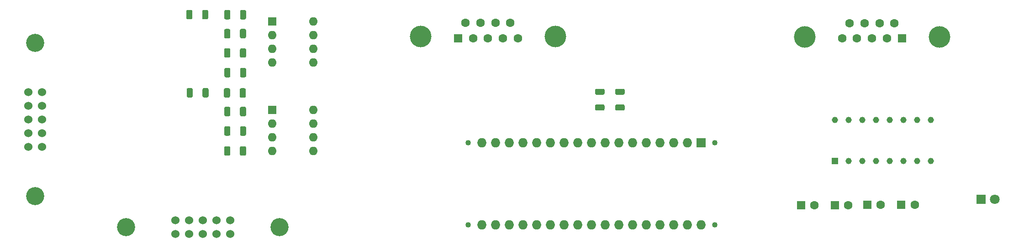
<source format=gbr>
%TF.GenerationSoftware,KiCad,Pcbnew,(5.1.9)-1*%
%TF.CreationDate,2021-03-27T08:43:11+01:00*%
%TF.ProjectId,Microcontroller,4d696372-6f63-46f6-9e74-726f6c6c6572,rev?*%
%TF.SameCoordinates,Original*%
%TF.FileFunction,Soldermask,Top*%
%TF.FilePolarity,Negative*%
%FSLAX46Y46*%
G04 Gerber Fmt 4.6, Leading zero omitted, Abs format (unit mm)*
G04 Created by KiCad (PCBNEW (5.1.9)-1) date 2021-03-27 08:43:11*
%MOMM*%
%LPD*%
G01*
G04 APERTURE LIST*
%ADD10R,1.160000X1.160000*%
%ADD11C,1.160000*%
%ADD12C,1.800000*%
%ADD13R,1.800000X1.800000*%
%ADD14C,1.524000*%
%ADD15C,3.352800*%
%ADD16C,1.600000*%
%ADD17R,1.600000X1.600000*%
%ADD18C,4.000000*%
%ADD19C,1.016000*%
%ADD20O,1.727200X1.727200*%
%ADD21R,1.727200X1.727200*%
%ADD22O,1.600000X1.600000*%
G04 APERTURE END LIST*
D10*
%TO.C,IC1*%
X188520000Y-135350000D03*
D11*
X191060000Y-135350000D03*
X193600000Y-135350000D03*
X196140000Y-135350000D03*
X198680000Y-135350000D03*
X201220000Y-135350000D03*
X203760000Y-135350000D03*
X206300000Y-135350000D03*
X206300000Y-127730000D03*
X203760000Y-127730000D03*
X201220000Y-127730000D03*
X198680000Y-127730000D03*
X196140000Y-127730000D03*
X193600000Y-127730000D03*
X191060000Y-127730000D03*
X188520000Y-127730000D03*
%TD*%
D12*
%TO.C,D1*%
X218186000Y-142494000D03*
D13*
X215646000Y-142494000D03*
%TD*%
D14*
%TO.C,J2*%
X66250000Y-146390000D03*
X66250000Y-148930000D03*
X68790000Y-146390000D03*
X68790000Y-148930000D03*
X71330000Y-146390000D03*
X71330000Y-148930000D03*
X73870000Y-146390000D03*
X73870000Y-148930000D03*
X76410000Y-146390000D03*
X76410000Y-148930000D03*
D15*
X57118700Y-147660000D03*
X85541300Y-147660000D03*
%TD*%
D14*
%TO.C,J1*%
X41590000Y-122570000D03*
X39050000Y-122570000D03*
X41590000Y-125110000D03*
X39050000Y-125110000D03*
X41590000Y-127650000D03*
X39050000Y-127650000D03*
X41590000Y-130190000D03*
X39050000Y-130190000D03*
X41590000Y-132730000D03*
X39050000Y-132730000D03*
D15*
X40320000Y-113438700D03*
X40320000Y-141861300D03*
%TD*%
D16*
%TO.C,C22*%
X184770000Y-143600000D03*
D17*
X182270000Y-143600000D03*
%TD*%
D16*
%TO.C,C21*%
X203330000Y-143490000D03*
D17*
X200830000Y-143490000D03*
%TD*%
D16*
%TO.C,C20*%
X197010000Y-143490000D03*
D17*
X194510000Y-143490000D03*
%TD*%
D16*
%TO.C,C19*%
X191030000Y-143550000D03*
D17*
X188530000Y-143550000D03*
%TD*%
D18*
%TO.C,J4*%
X182910000Y-112300000D03*
X207910000Y-112300000D03*
D16*
X191255000Y-109760000D03*
X194025000Y-109760000D03*
X196795000Y-109760000D03*
X199565000Y-109760000D03*
X189870000Y-112600000D03*
X192640000Y-112600000D03*
X195410000Y-112600000D03*
X198180000Y-112600000D03*
D17*
X200950000Y-112600000D03*
%TD*%
D18*
%TO.C,J3*%
X111710000Y-112280000D03*
X136710000Y-112280000D03*
D16*
X128365000Y-109740000D03*
X125595000Y-109740000D03*
X122825000Y-109740000D03*
X120055000Y-109740000D03*
X129750000Y-112580000D03*
X126980000Y-112580000D03*
X124210000Y-112580000D03*
X121440000Y-112580000D03*
D17*
X118670000Y-112580000D03*
%TD*%
D19*
%TO.C,XA1*%
X166300000Y-132000000D03*
X120580000Y-132000000D03*
X166300000Y-147240000D03*
D20*
X145980000Y-147240000D03*
X153600000Y-132000000D03*
D21*
X163760000Y-132000000D03*
D20*
X163760000Y-147240000D03*
X130740000Y-147240000D03*
X158680000Y-147240000D03*
X151060000Y-132000000D03*
X156140000Y-147240000D03*
X151060000Y-147240000D03*
X125660000Y-147240000D03*
X153600000Y-147240000D03*
X161220000Y-132000000D03*
X156140000Y-132000000D03*
X158680000Y-132000000D03*
X148520000Y-132000000D03*
X145980000Y-132000000D03*
X143440000Y-132000000D03*
X140900000Y-132000000D03*
X138360000Y-132000000D03*
X135820000Y-132000000D03*
X133280000Y-132000000D03*
X130740000Y-132000000D03*
X128200000Y-132000000D03*
D19*
X120580000Y-147240000D03*
D20*
X128200000Y-147240000D03*
X123120000Y-147240000D03*
X123120000Y-132000000D03*
X125660000Y-132000000D03*
X148520000Y-147240000D03*
X133280000Y-147240000D03*
X135820000Y-147240000D03*
X138360000Y-147240000D03*
X140900000Y-147240000D03*
X143440000Y-147240000D03*
X161220000Y-147240000D03*
%TD*%
D22*
%TO.C,SW2*%
X91830000Y-125850000D03*
X84210000Y-133470000D03*
X91830000Y-128390000D03*
X84210000Y-130930000D03*
X91830000Y-130930000D03*
X84210000Y-128390000D03*
X91830000Y-133470000D03*
D17*
X84210000Y-125850000D03*
%TD*%
D22*
%TO.C,SW1*%
X91820000Y-109440000D03*
X84200000Y-117060000D03*
X91820000Y-111980000D03*
X84200000Y-114520000D03*
X91820000Y-114520000D03*
X84200000Y-111980000D03*
X91820000Y-117060000D03*
D17*
X84200000Y-109440000D03*
%TD*%
%TO.C,R47*%
G36*
G01*
X144324998Y-124870000D02*
X145575002Y-124870000D01*
G75*
G02*
X145825000Y-125119998I0J-249998D01*
G01*
X145825000Y-125745002D01*
G75*
G02*
X145575002Y-125995000I-249998J0D01*
G01*
X144324998Y-125995000D01*
G75*
G02*
X144075000Y-125745002I0J249998D01*
G01*
X144075000Y-125119998D01*
G75*
G02*
X144324998Y-124870000I249998J0D01*
G01*
G37*
G36*
G01*
X144324998Y-121945000D02*
X145575002Y-121945000D01*
G75*
G02*
X145825000Y-122194998I0J-249998D01*
G01*
X145825000Y-122820002D01*
G75*
G02*
X145575002Y-123070000I-249998J0D01*
G01*
X144324998Y-123070000D01*
G75*
G02*
X144075000Y-122820002I0J249998D01*
G01*
X144075000Y-122194998D01*
G75*
G02*
X144324998Y-121945000I249998J0D01*
G01*
G37*
%TD*%
%TO.C,R46*%
G36*
G01*
X148064998Y-124870000D02*
X149315002Y-124870000D01*
G75*
G02*
X149565000Y-125119998I0J-249998D01*
G01*
X149565000Y-125745002D01*
G75*
G02*
X149315002Y-125995000I-249998J0D01*
G01*
X148064998Y-125995000D01*
G75*
G02*
X147815000Y-125745002I0J249998D01*
G01*
X147815000Y-125119998D01*
G75*
G02*
X148064998Y-124870000I249998J0D01*
G01*
G37*
G36*
G01*
X148064998Y-121945000D02*
X149315002Y-121945000D01*
G75*
G02*
X149565000Y-122194998I0J-249998D01*
G01*
X149565000Y-122820002D01*
G75*
G02*
X149315002Y-123070000I-249998J0D01*
G01*
X148064998Y-123070000D01*
G75*
G02*
X147815000Y-122820002I0J249998D01*
G01*
X147815000Y-122194998D01*
G75*
G02*
X148064998Y-121945000I249998J0D01*
G01*
G37*
%TD*%
%TO.C,R10*%
G36*
G01*
X78252500Y-134125002D02*
X78252500Y-132874998D01*
G75*
G02*
X78502498Y-132625000I249998J0D01*
G01*
X79127502Y-132625000D01*
G75*
G02*
X79377500Y-132874998I0J-249998D01*
G01*
X79377500Y-134125002D01*
G75*
G02*
X79127502Y-134375000I-249998J0D01*
G01*
X78502498Y-134375000D01*
G75*
G02*
X78252500Y-134125002I0J249998D01*
G01*
G37*
G36*
G01*
X75327500Y-134125002D02*
X75327500Y-132874998D01*
G75*
G02*
X75577498Y-132625000I249998J0D01*
G01*
X76202502Y-132625000D01*
G75*
G02*
X76452500Y-132874998I0J-249998D01*
G01*
X76452500Y-134125002D01*
G75*
G02*
X76202502Y-134375000I-249998J0D01*
G01*
X75577498Y-134375000D01*
G75*
G02*
X75327500Y-134125002I0J249998D01*
G01*
G37*
%TD*%
%TO.C,R9*%
G36*
G01*
X78277500Y-119585002D02*
X78277500Y-118334998D01*
G75*
G02*
X78527498Y-118085000I249998J0D01*
G01*
X79152502Y-118085000D01*
G75*
G02*
X79402500Y-118334998I0J-249998D01*
G01*
X79402500Y-119585002D01*
G75*
G02*
X79152502Y-119835000I-249998J0D01*
G01*
X78527498Y-119835000D01*
G75*
G02*
X78277500Y-119585002I0J249998D01*
G01*
G37*
G36*
G01*
X75352500Y-119585002D02*
X75352500Y-118334998D01*
G75*
G02*
X75602498Y-118085000I249998J0D01*
G01*
X76227502Y-118085000D01*
G75*
G02*
X76477500Y-118334998I0J-249998D01*
G01*
X76477500Y-119585002D01*
G75*
G02*
X76227502Y-119835000I-249998J0D01*
G01*
X75602498Y-119835000D01*
G75*
G02*
X75352500Y-119585002I0J249998D01*
G01*
G37*
%TD*%
%TO.C,R8*%
G36*
G01*
X78267500Y-130415002D02*
X78267500Y-129164998D01*
G75*
G02*
X78517498Y-128915000I249998J0D01*
G01*
X79142502Y-128915000D01*
G75*
G02*
X79392500Y-129164998I0J-249998D01*
G01*
X79392500Y-130415002D01*
G75*
G02*
X79142502Y-130665000I-249998J0D01*
G01*
X78517498Y-130665000D01*
G75*
G02*
X78267500Y-130415002I0J249998D01*
G01*
G37*
G36*
G01*
X75342500Y-130415002D02*
X75342500Y-129164998D01*
G75*
G02*
X75592498Y-128915000I249998J0D01*
G01*
X76217502Y-128915000D01*
G75*
G02*
X76467500Y-129164998I0J-249998D01*
G01*
X76467500Y-130415002D01*
G75*
G02*
X76217502Y-130665000I-249998J0D01*
G01*
X75592498Y-130665000D01*
G75*
G02*
X75342500Y-130415002I0J249998D01*
G01*
G37*
%TD*%
%TO.C,R7*%
G36*
G01*
X78257500Y-115935002D02*
X78257500Y-114684998D01*
G75*
G02*
X78507498Y-114435000I249998J0D01*
G01*
X79132502Y-114435000D01*
G75*
G02*
X79382500Y-114684998I0J-249998D01*
G01*
X79382500Y-115935002D01*
G75*
G02*
X79132502Y-116185000I-249998J0D01*
G01*
X78507498Y-116185000D01*
G75*
G02*
X78257500Y-115935002I0J249998D01*
G01*
G37*
G36*
G01*
X75332500Y-115935002D02*
X75332500Y-114684998D01*
G75*
G02*
X75582498Y-114435000I249998J0D01*
G01*
X76207502Y-114435000D01*
G75*
G02*
X76457500Y-114684998I0J-249998D01*
G01*
X76457500Y-115935002D01*
G75*
G02*
X76207502Y-116185000I-249998J0D01*
G01*
X75582498Y-116185000D01*
G75*
G02*
X75332500Y-115935002I0J249998D01*
G01*
G37*
%TD*%
%TO.C,R6*%
G36*
G01*
X78257500Y-126805002D02*
X78257500Y-125554998D01*
G75*
G02*
X78507498Y-125305000I249998J0D01*
G01*
X79132502Y-125305000D01*
G75*
G02*
X79382500Y-125554998I0J-249998D01*
G01*
X79382500Y-126805002D01*
G75*
G02*
X79132502Y-127055000I-249998J0D01*
G01*
X78507498Y-127055000D01*
G75*
G02*
X78257500Y-126805002I0J249998D01*
G01*
G37*
G36*
G01*
X75332500Y-126805002D02*
X75332500Y-125554998D01*
G75*
G02*
X75582498Y-125305000I249998J0D01*
G01*
X76207502Y-125305000D01*
G75*
G02*
X76457500Y-125554998I0J-249998D01*
G01*
X76457500Y-126805002D01*
G75*
G02*
X76207502Y-127055000I-249998J0D01*
G01*
X75582498Y-127055000D01*
G75*
G02*
X75332500Y-126805002I0J249998D01*
G01*
G37*
%TD*%
%TO.C,R5*%
G36*
G01*
X78247500Y-112345002D02*
X78247500Y-111094998D01*
G75*
G02*
X78497498Y-110845000I249998J0D01*
G01*
X79122502Y-110845000D01*
G75*
G02*
X79372500Y-111094998I0J-249998D01*
G01*
X79372500Y-112345002D01*
G75*
G02*
X79122502Y-112595000I-249998J0D01*
G01*
X78497498Y-112595000D01*
G75*
G02*
X78247500Y-112345002I0J249998D01*
G01*
G37*
G36*
G01*
X75322500Y-112345002D02*
X75322500Y-111094998D01*
G75*
G02*
X75572498Y-110845000I249998J0D01*
G01*
X76197502Y-110845000D01*
G75*
G02*
X76447500Y-111094998I0J-249998D01*
G01*
X76447500Y-112345002D01*
G75*
G02*
X76197502Y-112595000I-249998J0D01*
G01*
X75572498Y-112595000D01*
G75*
G02*
X75322500Y-112345002I0J249998D01*
G01*
G37*
%TD*%
%TO.C,R4*%
G36*
G01*
X78207500Y-123355002D02*
X78207500Y-122104998D01*
G75*
G02*
X78457498Y-121855000I249998J0D01*
G01*
X79082502Y-121855000D01*
G75*
G02*
X79332500Y-122104998I0J-249998D01*
G01*
X79332500Y-123355002D01*
G75*
G02*
X79082502Y-123605000I-249998J0D01*
G01*
X78457498Y-123605000D01*
G75*
G02*
X78207500Y-123355002I0J249998D01*
G01*
G37*
G36*
G01*
X75282500Y-123355002D02*
X75282500Y-122104998D01*
G75*
G02*
X75532498Y-121855000I249998J0D01*
G01*
X76157502Y-121855000D01*
G75*
G02*
X76407500Y-122104998I0J-249998D01*
G01*
X76407500Y-123355002D01*
G75*
G02*
X76157502Y-123605000I-249998J0D01*
G01*
X75532498Y-123605000D01*
G75*
G02*
X75282500Y-123355002I0J249998D01*
G01*
G37*
%TD*%
%TO.C,R3*%
G36*
G01*
X78267500Y-108825002D02*
X78267500Y-107574998D01*
G75*
G02*
X78517498Y-107325000I249998J0D01*
G01*
X79142502Y-107325000D01*
G75*
G02*
X79392500Y-107574998I0J-249998D01*
G01*
X79392500Y-108825002D01*
G75*
G02*
X79142502Y-109075000I-249998J0D01*
G01*
X78517498Y-109075000D01*
G75*
G02*
X78267500Y-108825002I0J249998D01*
G01*
G37*
G36*
G01*
X75342500Y-108825002D02*
X75342500Y-107574998D01*
G75*
G02*
X75592498Y-107325000I249998J0D01*
G01*
X76217502Y-107325000D01*
G75*
G02*
X76467500Y-107574998I0J-249998D01*
G01*
X76467500Y-108825002D01*
G75*
G02*
X76217502Y-109075000I-249998J0D01*
G01*
X75592498Y-109075000D01*
G75*
G02*
X75342500Y-108825002I0J249998D01*
G01*
G37*
%TD*%
%TO.C,R2*%
G36*
G01*
X71307500Y-123325002D02*
X71307500Y-122074998D01*
G75*
G02*
X71557498Y-121825000I249998J0D01*
G01*
X72182502Y-121825000D01*
G75*
G02*
X72432500Y-122074998I0J-249998D01*
G01*
X72432500Y-123325002D01*
G75*
G02*
X72182502Y-123575000I-249998J0D01*
G01*
X71557498Y-123575000D01*
G75*
G02*
X71307500Y-123325002I0J249998D01*
G01*
G37*
G36*
G01*
X68382500Y-123325002D02*
X68382500Y-122074998D01*
G75*
G02*
X68632498Y-121825000I249998J0D01*
G01*
X69257502Y-121825000D01*
G75*
G02*
X69507500Y-122074998I0J-249998D01*
G01*
X69507500Y-123325002D01*
G75*
G02*
X69257502Y-123575000I-249998J0D01*
G01*
X68632498Y-123575000D01*
G75*
G02*
X68382500Y-123325002I0J249998D01*
G01*
G37*
%TD*%
%TO.C,R1*%
G36*
G01*
X71237500Y-108815002D02*
X71237500Y-107564998D01*
G75*
G02*
X71487498Y-107315000I249998J0D01*
G01*
X72112502Y-107315000D01*
G75*
G02*
X72362500Y-107564998I0J-249998D01*
G01*
X72362500Y-108815002D01*
G75*
G02*
X72112502Y-109065000I-249998J0D01*
G01*
X71487498Y-109065000D01*
G75*
G02*
X71237500Y-108815002I0J249998D01*
G01*
G37*
G36*
G01*
X68312500Y-108815002D02*
X68312500Y-107564998D01*
G75*
G02*
X68562498Y-107315000I249998J0D01*
G01*
X69187502Y-107315000D01*
G75*
G02*
X69437500Y-107564998I0J-249998D01*
G01*
X69437500Y-108815002D01*
G75*
G02*
X69187502Y-109065000I-249998J0D01*
G01*
X68562498Y-109065000D01*
G75*
G02*
X68312500Y-108815002I0J249998D01*
G01*
G37*
%TD*%
M02*

</source>
